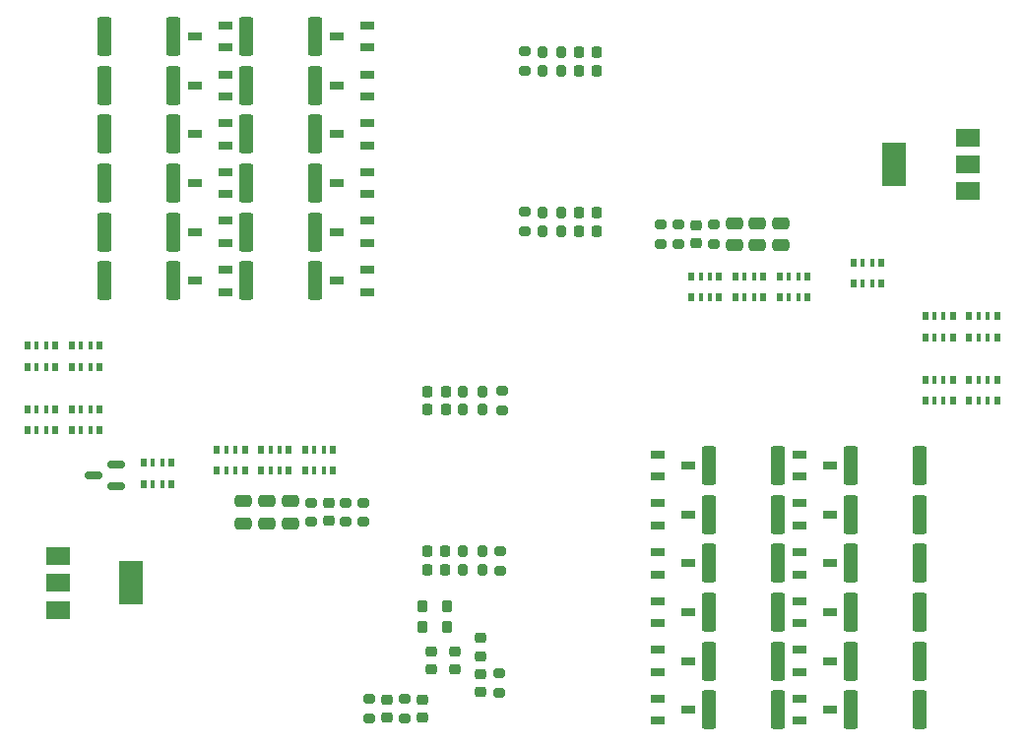
<source format=gbr>
%TF.GenerationSoftware,KiCad,Pcbnew,(6.0.9)*%
%TF.CreationDate,2023-05-23T15:00:07+02:00*%
%TF.ProjectId,bms_monitor,626d735f-6d6f-46e6-9974-6f722e6b6963,rev?*%
%TF.SameCoordinates,Original*%
%TF.FileFunction,Paste,Bot*%
%TF.FilePolarity,Positive*%
%FSLAX46Y46*%
G04 Gerber Fmt 4.6, Leading zero omitted, Abs format (unit mm)*
G04 Created by KiCad (PCBNEW (6.0.9)) date 2023-05-23 15:00:07*
%MOMM*%
%LPD*%
G01*
G04 APERTURE LIST*
G04 Aperture macros list*
%AMRoundRect*
0 Rectangle with rounded corners*
0 $1 Rounding radius*
0 $2 $3 $4 $5 $6 $7 $8 $9 X,Y pos of 4 corners*
0 Add a 4 corners polygon primitive as box body*
4,1,4,$2,$3,$4,$5,$6,$7,$8,$9,$2,$3,0*
0 Add four circle primitives for the rounded corners*
1,1,$1+$1,$2,$3*
1,1,$1+$1,$4,$5*
1,1,$1+$1,$6,$7*
1,1,$1+$1,$8,$9*
0 Add four rect primitives between the rounded corners*
20,1,$1+$1,$2,$3,$4,$5,0*
20,1,$1+$1,$4,$5,$6,$7,0*
20,1,$1+$1,$6,$7,$8,$9,0*
20,1,$1+$1,$8,$9,$2,$3,0*%
G04 Aperture macros list end*
%ADD10R,2.000000X3.800000*%
%ADD11R,2.000000X1.500000*%
%ADD12RoundRect,0.225000X0.225000X0.250000X-0.225000X0.250000X-0.225000X-0.250000X0.225000X-0.250000X0*%
%ADD13RoundRect,0.200000X-0.275000X0.200000X-0.275000X-0.200000X0.275000X-0.200000X0.275000X0.200000X0*%
%ADD14RoundRect,0.200000X0.275000X-0.200000X0.275000X0.200000X-0.275000X0.200000X-0.275000X-0.200000X0*%
%ADD15RoundRect,0.225000X0.225000X-0.275000X0.225000X0.275000X-0.225000X0.275000X-0.225000X-0.275000X0*%
%ADD16RoundRect,0.250000X0.362500X1.425000X-0.362500X1.425000X-0.362500X-1.425000X0.362500X-1.425000X0*%
%ADD17R,1.220000X0.650000*%
%ADD18RoundRect,0.250000X-0.362500X-1.425000X0.362500X-1.425000X0.362500X1.425000X-0.362500X1.425000X0*%
%ADD19RoundRect,0.200000X0.200000X0.275000X-0.200000X0.275000X-0.200000X-0.275000X0.200000X-0.275000X0*%
%ADD20R,0.500000X0.800000*%
%ADD21R,0.400000X0.800000*%
%ADD22RoundRect,0.250000X-0.475000X0.250000X-0.475000X-0.250000X0.475000X-0.250000X0.475000X0.250000X0*%
%ADD23RoundRect,0.200000X-0.200000X-0.275000X0.200000X-0.275000X0.200000X0.275000X-0.200000X0.275000X0*%
%ADD24RoundRect,0.225000X0.250000X-0.225000X0.250000X0.225000X-0.250000X0.225000X-0.250000X-0.225000X0*%
%ADD25RoundRect,0.150000X0.587500X0.150000X-0.587500X0.150000X-0.587500X-0.150000X0.587500X-0.150000X0*%
%ADD26RoundRect,0.225000X-0.225000X-0.250000X0.225000X-0.250000X0.225000X0.250000X-0.225000X0.250000X0*%
%ADD27RoundRect,0.225000X-0.250000X0.225000X-0.250000X-0.225000X0.250000X-0.225000X0.250000X0.225000X0*%
%ADD28RoundRect,0.250000X0.475000X-0.250000X0.475000X0.250000X-0.475000X0.250000X-0.475000X-0.250000X0*%
G04 APERTURE END LIST*
D10*
%TO.C,Q2*%
X170350000Y-76600000D03*
D11*
X176650000Y-78900000D03*
X176650000Y-76600000D03*
X176650000Y-74300000D03*
%TD*%
D12*
%TO.C,C18*%
X131775000Y-97700000D03*
X130225000Y-97700000D03*
%TD*%
D13*
%TO.C,R33*%
X138557000Y-66866000D03*
X138557000Y-68516000D03*
%TD*%
%TO.C,R32*%
X138582400Y-80683600D03*
X138582400Y-82333600D03*
%TD*%
D14*
%TO.C,R31*%
X136601200Y-97726000D03*
X136601200Y-96076000D03*
%TD*%
%TO.C,R30*%
X136448800Y-111518200D03*
X136448800Y-109868200D03*
%TD*%
D10*
%TO.C,Q1*%
X104724200Y-112598200D03*
D11*
X98424200Y-110298200D03*
X98424200Y-112598200D03*
X98424200Y-114898200D03*
%TD*%
D15*
%TO.C,U3*%
X131902200Y-116408200D03*
X129802200Y-116408200D03*
X129802200Y-114608200D03*
X131902200Y-114608200D03*
%TD*%
D16*
%TO.C,Rda8*%
X108362500Y-69800000D03*
X102437500Y-69800000D03*
%TD*%
D17*
%TO.C,Qdb8*%
X162190000Y-120250000D03*
X162190000Y-118350000D03*
X164810000Y-119300000D03*
%TD*%
%TO.C,Qda6*%
X112810000Y-73050000D03*
X112810000Y-74950000D03*
X110190000Y-74000000D03*
%TD*%
%TO.C,Qdb4*%
X162190000Y-111850000D03*
X162190000Y-109950000D03*
X164810000Y-110900000D03*
%TD*%
D18*
%TO.C,Rdb7*%
X154437500Y-115100000D03*
X160362500Y-115100000D03*
%TD*%
D19*
%TO.C,R12*%
X134925000Y-96100000D03*
X133275000Y-96100000D03*
%TD*%
D20*
%TO.C,RN22*%
X169246400Y-86817200D03*
D21*
X168446400Y-86817200D03*
X167646400Y-86817200D03*
D20*
X166846400Y-86817200D03*
X166846400Y-85017200D03*
D21*
X167646400Y-85017200D03*
X168446400Y-85017200D03*
D20*
X169246400Y-85017200D03*
%TD*%
D22*
%TO.C,C13*%
X116400000Y-105550000D03*
X116400000Y-107450000D03*
%TD*%
D18*
%TO.C,Rdb3*%
X154437500Y-106700000D03*
X160362500Y-106700000D03*
%TD*%
%TO.C,Rdb8*%
X166637500Y-119300000D03*
X172562500Y-119300000D03*
%TD*%
D20*
%TO.C,CN12*%
X175400000Y-91450000D03*
D21*
X174600000Y-91450000D03*
X173800000Y-91450000D03*
D20*
X173000000Y-91450000D03*
X173000000Y-89650000D03*
D21*
X173800000Y-89650000D03*
X174600000Y-89650000D03*
D20*
X175400000Y-89650000D03*
%TD*%
D13*
%TO.C,R6*%
X123200000Y-105675000D03*
X123200000Y-107325000D03*
%TD*%
D17*
%TO.C,Qdb10*%
X162190000Y-124450000D03*
X162190000Y-122550000D03*
X164810000Y-123500000D03*
%TD*%
D18*
%TO.C,Rdb4*%
X166637500Y-110900000D03*
X172562500Y-110900000D03*
%TD*%
D13*
%TO.C,R29*%
X136347200Y-120383800D03*
X136347200Y-122033800D03*
%TD*%
D23*
%TO.C,R25*%
X140075000Y-68500000D03*
X141725000Y-68500000D03*
%TD*%
D20*
%TO.C,RN12*%
X159100000Y-88000000D03*
D21*
X158300000Y-88000000D03*
X157500000Y-88000000D03*
D20*
X156700000Y-88000000D03*
X156700000Y-86200000D03*
D21*
X157500000Y-86200000D03*
X158300000Y-86200000D03*
D20*
X159100000Y-86200000D03*
%TD*%
D24*
%TO.C,C4*%
X130505200Y-120053400D03*
X130505200Y-118503400D03*
%TD*%
D23*
%TO.C,R9*%
X133250000Y-111500000D03*
X134900000Y-111500000D03*
%TD*%
D25*
%TO.C,Q3*%
X103401100Y-102377200D03*
X103401100Y-104277200D03*
X101526100Y-103327200D03*
%TD*%
D18*
%TO.C,Rdb11*%
X154437500Y-123500000D03*
X160362500Y-123500000D03*
%TD*%
D17*
%TO.C,Qda5*%
X125010000Y-77250000D03*
X125010000Y-79150000D03*
X122390000Y-78200000D03*
%TD*%
D20*
%TO.C,CN13*%
X179200000Y-91450000D03*
D21*
X178400000Y-91450000D03*
X177600000Y-91450000D03*
D20*
X176800000Y-91450000D03*
X176800000Y-89650000D03*
D21*
X177600000Y-89650000D03*
X178400000Y-89650000D03*
D20*
X179200000Y-89650000D03*
%TD*%
D16*
%TO.C,Rda6*%
X108362500Y-74000000D03*
X102437500Y-74000000D03*
%TD*%
D17*
%TO.C,Qda4*%
X112810000Y-77250000D03*
X112810000Y-79150000D03*
X110190000Y-78200000D03*
%TD*%
D26*
%TO.C,C38*%
X143225000Y-66900000D03*
X144775000Y-66900000D03*
%TD*%
D16*
%TO.C,Rda4*%
X108362500Y-78200000D03*
X102437500Y-78200000D03*
%TD*%
D19*
%TO.C,R24*%
X141725000Y-66900000D03*
X140075000Y-66900000D03*
%TD*%
D17*
%TO.C,Qda8*%
X112810000Y-68850000D03*
X112810000Y-70750000D03*
X110190000Y-69800000D03*
%TD*%
D16*
%TO.C,Rda3*%
X120562500Y-82400000D03*
X114637500Y-82400000D03*
%TD*%
D20*
%TO.C,CN6*%
X99600000Y-97650000D03*
D21*
X100400000Y-97650000D03*
X101200000Y-97650000D03*
D20*
X102000000Y-97650000D03*
X102000000Y-99450000D03*
D21*
X101200000Y-99450000D03*
X100400000Y-99450000D03*
D20*
X99600000Y-99450000D03*
%TD*%
D17*
%TO.C,Qdb3*%
X149990000Y-107650000D03*
X149990000Y-105750000D03*
X152610000Y-106700000D03*
%TD*%
%TO.C,Qda9*%
X125010000Y-68850000D03*
X125010000Y-70750000D03*
X122390000Y-69800000D03*
%TD*%
D20*
%TO.C,CN7*%
X95800000Y-97650000D03*
D21*
X96600000Y-97650000D03*
X97400000Y-97650000D03*
D20*
X98200000Y-97650000D03*
X98200000Y-99450000D03*
D21*
X97400000Y-99450000D03*
X96600000Y-99450000D03*
D20*
X95800000Y-99450000D03*
%TD*%
D17*
%TO.C,Qdb7*%
X149990000Y-116050000D03*
X149990000Y-114150000D03*
X152610000Y-115100000D03*
%TD*%
D18*
%TO.C,Rdb1*%
X154437500Y-102500000D03*
X160362500Y-102500000D03*
%TD*%
D17*
%TO.C,Qda10*%
X112810000Y-64650000D03*
X112810000Y-66550000D03*
X110190000Y-65600000D03*
%TD*%
D20*
%TO.C,RN2*%
X115900000Y-101100000D03*
D21*
X116700000Y-101100000D03*
X117500000Y-101100000D03*
D20*
X118300000Y-101100000D03*
X118300000Y-102900000D03*
D21*
X117500000Y-102900000D03*
X116700000Y-102900000D03*
D20*
X115900000Y-102900000D03*
%TD*%
D18*
%TO.C,Rdb5*%
X154437500Y-110900000D03*
X160362500Y-110900000D03*
%TD*%
%TO.C,Rdb2*%
X166637500Y-106700000D03*
X172562500Y-106700000D03*
%TD*%
D20*
%TO.C,RN11*%
X155300000Y-88000000D03*
D21*
X154500000Y-88000000D03*
X153700000Y-88000000D03*
D20*
X152900000Y-88000000D03*
X152900000Y-86200000D03*
D21*
X153700000Y-86200000D03*
X154500000Y-86200000D03*
D20*
X155300000Y-86200000D03*
%TD*%
D22*
%TO.C,C12*%
X118400000Y-105550000D03*
X118400000Y-107450000D03*
%TD*%
D24*
%TO.C,C7*%
X134772400Y-118885000D03*
X134772400Y-117335000D03*
%TD*%
D20*
%TO.C,CN5*%
X102000000Y-94000000D03*
D21*
X101200000Y-94000000D03*
X100400000Y-94000000D03*
D20*
X99600000Y-94000000D03*
X99600000Y-92200000D03*
D21*
X100400000Y-92200000D03*
X101200000Y-92200000D03*
D20*
X102000000Y-92200000D03*
%TD*%
%TO.C,RN17*%
X105784800Y-102274800D03*
D21*
X106584800Y-102274800D03*
X107384800Y-102274800D03*
D20*
X108184800Y-102274800D03*
X108184800Y-104074800D03*
D21*
X107384800Y-104074800D03*
X106584800Y-104074800D03*
D20*
X105784800Y-104074800D03*
%TD*%
D19*
%TO.C,R10*%
X134900000Y-109900000D03*
X133250000Y-109900000D03*
%TD*%
D26*
%TO.C,C42*%
X143250000Y-80700000D03*
X144800000Y-80700000D03*
%TD*%
D17*
%TO.C,Qda11*%
X125010000Y-64650000D03*
X125010000Y-66550000D03*
X122390000Y-65600000D03*
%TD*%
%TO.C,Qdb11*%
X149990000Y-124450000D03*
X149990000Y-122550000D03*
X152610000Y-123500000D03*
%TD*%
D14*
%TO.C,R1*%
X125171200Y-124218200D03*
X125171200Y-122568200D03*
%TD*%
D20*
%TO.C,CN10*%
X176800000Y-95100000D03*
D21*
X177600000Y-95100000D03*
X178400000Y-95100000D03*
D20*
X179200000Y-95100000D03*
X179200000Y-96900000D03*
D21*
X178400000Y-96900000D03*
X177600000Y-96900000D03*
D20*
X176800000Y-96900000D03*
%TD*%
D26*
%TO.C,C37*%
X143250000Y-82300000D03*
X144800000Y-82300000D03*
%TD*%
D17*
%TO.C,Qda2*%
X112810000Y-81450000D03*
X112810000Y-83350000D03*
X110190000Y-82400000D03*
%TD*%
D27*
%TO.C,C6*%
X134772400Y-120433800D03*
X134772400Y-121983800D03*
%TD*%
D18*
%TO.C,Rdb0*%
X166637500Y-102500000D03*
X172562500Y-102500000D03*
%TD*%
D28*
%TO.C,C34*%
X160600000Y-83550000D03*
X160600000Y-81650000D03*
%TD*%
D17*
%TO.C,Qdb0*%
X162190000Y-103450000D03*
X162190000Y-101550000D03*
X164810000Y-102500000D03*
%TD*%
%TO.C,Qda7*%
X125010000Y-73050000D03*
X125010000Y-74950000D03*
X122390000Y-74000000D03*
%TD*%
D20*
%TO.C,RN1*%
X119700000Y-101100000D03*
D21*
X120500000Y-101100000D03*
X121300000Y-101100000D03*
D20*
X122100000Y-101100000D03*
X122100000Y-102900000D03*
D21*
X121300000Y-102900000D03*
X120500000Y-102900000D03*
D20*
X119700000Y-102900000D03*
%TD*%
D18*
%TO.C,Rdb9*%
X154437500Y-119300000D03*
X160362500Y-119300000D03*
%TD*%
%TO.C,Rdb10*%
X166637500Y-123500000D03*
X172562500Y-123500000D03*
%TD*%
D12*
%TO.C,C17*%
X131750000Y-109900000D03*
X130200000Y-109900000D03*
%TD*%
D17*
%TO.C,Qdb2*%
X162190000Y-107650000D03*
X162190000Y-105750000D03*
X164810000Y-106700000D03*
%TD*%
D24*
%TO.C,C8*%
X129743200Y-124168200D03*
X129743200Y-122618200D03*
%TD*%
D17*
%TO.C,Qda0*%
X112810000Y-85650000D03*
X112810000Y-87550000D03*
X110190000Y-86600000D03*
%TD*%
D20*
%TO.C,RN13*%
X162900000Y-88000000D03*
D21*
X162100000Y-88000000D03*
X161300000Y-88000000D03*
D20*
X160500000Y-88000000D03*
X160500000Y-86200000D03*
D21*
X161300000Y-86200000D03*
X162100000Y-86200000D03*
D20*
X162900000Y-86200000D03*
%TD*%
D17*
%TO.C,Qdb1*%
X149990000Y-103450000D03*
X149990000Y-101550000D03*
X152610000Y-102500000D03*
%TD*%
D20*
%TO.C,CN11*%
X173000000Y-95100000D03*
D21*
X173800000Y-95100000D03*
X174600000Y-95100000D03*
D20*
X175400000Y-95100000D03*
X175400000Y-96900000D03*
D21*
X174600000Y-96900000D03*
X173800000Y-96900000D03*
D20*
X173000000Y-96900000D03*
%TD*%
D27*
%TO.C,C36*%
X153300000Y-81825000D03*
X153300000Y-83375000D03*
%TD*%
D19*
%TO.C,R22*%
X141750000Y-80700000D03*
X140100000Y-80700000D03*
%TD*%
D17*
%TO.C,Qda3*%
X125010000Y-81450000D03*
X125010000Y-83350000D03*
X122390000Y-82400000D03*
%TD*%
D16*
%TO.C,Rda2*%
X108362500Y-82400000D03*
X102437500Y-82400000D03*
%TD*%
D17*
%TO.C,Qdb9*%
X149990000Y-120250000D03*
X149990000Y-118350000D03*
X152610000Y-119300000D03*
%TD*%
D16*
%TO.C,Rda1*%
X120562500Y-86600000D03*
X114637500Y-86600000D03*
%TD*%
D14*
%TO.C,R19*%
X151800000Y-83425000D03*
X151800000Y-81775000D03*
%TD*%
D20*
%TO.C,CN4*%
X98200000Y-94000000D03*
D21*
X97400000Y-94000000D03*
X96600000Y-94000000D03*
D20*
X95800000Y-94000000D03*
X95800000Y-92200000D03*
D21*
X96600000Y-92200000D03*
X97400000Y-92200000D03*
D20*
X98200000Y-92200000D03*
%TD*%
D12*
%TO.C,C22*%
X131750000Y-111500000D03*
X130200000Y-111500000D03*
%TD*%
D24*
%TO.C,C16*%
X121700000Y-107275000D03*
X121700000Y-105725000D03*
%TD*%
D14*
%TO.C,R7*%
X120200000Y-107325000D03*
X120200000Y-105675000D03*
%TD*%
D26*
%TO.C,C43*%
X143225000Y-68500000D03*
X144775000Y-68500000D03*
%TD*%
D14*
%TO.C,R18*%
X150300000Y-83425000D03*
X150300000Y-81775000D03*
%TD*%
D27*
%TO.C,C9*%
X126695200Y-122618200D03*
X126695200Y-124168200D03*
%TD*%
D18*
%TO.C,Rdb6*%
X166637500Y-115100000D03*
X172562500Y-115100000D03*
%TD*%
D16*
%TO.C,Rda9*%
X120562500Y-69800000D03*
X114637500Y-69800000D03*
%TD*%
%TO.C,Rda10*%
X108362500Y-65600000D03*
X102437500Y-65600000D03*
%TD*%
D13*
%TO.C,R20*%
X154800000Y-81775000D03*
X154800000Y-83425000D03*
%TD*%
D27*
%TO.C,C5*%
X132588000Y-118452600D03*
X132588000Y-120002600D03*
%TD*%
D16*
%TO.C,Rda0*%
X108362500Y-86600000D03*
X102437500Y-86600000D03*
%TD*%
D12*
%TO.C,C23*%
X131775000Y-96100000D03*
X130225000Y-96100000D03*
%TD*%
D16*
%TO.C,Rda11*%
X120562500Y-65600000D03*
X114637500Y-65600000D03*
%TD*%
D23*
%TO.C,R11*%
X133275000Y-97700000D03*
X134925000Y-97700000D03*
%TD*%
D13*
%TO.C,R5*%
X124700000Y-105675000D03*
X124700000Y-107325000D03*
%TD*%
D28*
%TO.C,C32*%
X156600000Y-83550000D03*
X156600000Y-81650000D03*
%TD*%
D16*
%TO.C,Rda5*%
X120562500Y-78200000D03*
X114637500Y-78200000D03*
%TD*%
D17*
%TO.C,Qda1*%
X125010000Y-85650000D03*
X125010000Y-87550000D03*
X122390000Y-86600000D03*
%TD*%
D14*
%TO.C,R2*%
X128219200Y-124218200D03*
X128219200Y-122568200D03*
%TD*%
D23*
%TO.C,R23*%
X140100000Y-82300000D03*
X141750000Y-82300000D03*
%TD*%
D17*
%TO.C,Qdb5*%
X149990000Y-111850000D03*
X149990000Y-109950000D03*
X152610000Y-110900000D03*
%TD*%
D28*
%TO.C,C33*%
X158600000Y-83550000D03*
X158600000Y-81650000D03*
%TD*%
D22*
%TO.C,C14*%
X114400000Y-105550000D03*
X114400000Y-107450000D03*
%TD*%
D17*
%TO.C,Qdb6*%
X162190000Y-116050000D03*
X162190000Y-114150000D03*
X164810000Y-115100000D03*
%TD*%
D20*
%TO.C,RN3*%
X112100000Y-101100000D03*
D21*
X112900000Y-101100000D03*
X113700000Y-101100000D03*
D20*
X114500000Y-101100000D03*
X114500000Y-102900000D03*
D21*
X113700000Y-102900000D03*
X112900000Y-102900000D03*
D20*
X112100000Y-102900000D03*
%TD*%
D16*
%TO.C,Rda7*%
X120562500Y-74000000D03*
X114637500Y-74000000D03*
%TD*%
M02*

</source>
